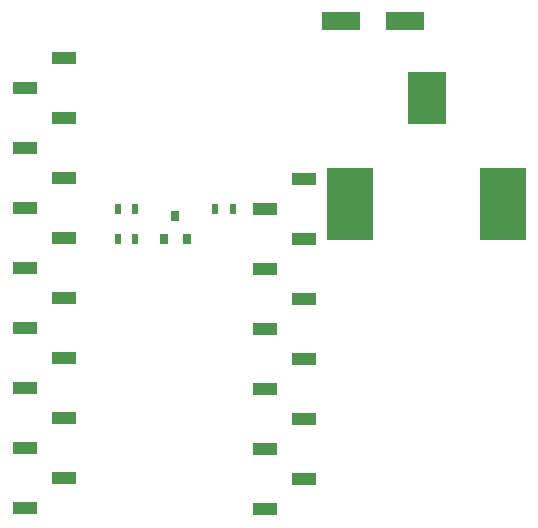
<source format=gtp>
G04 #@! TF.FileFunction,Paste,Top*
%FSLAX46Y46*%
G04 Gerber Fmt 4.6, Leading zero omitted, Abs format (unit mm)*
G04 Created by KiCad (PCBNEW 4.0.5+dfsg1-4) date Mon May 28 17:54:40 2018*
%MOMM*%
%LPD*%
G01*
G04 APERTURE LIST*
%ADD10C,0.100000*%
%ADD11R,0.797560X0.899160*%
%ADD12R,0.500000X0.900000*%
%ADD13R,3.300000X4.400000*%
%ADD14R,3.900000X6.200000*%
%ADD15R,3.197860X1.597660*%
%ADD16R,2.000000X1.000000*%
G04 APERTURE END LIST*
D10*
D11*
X74300040Y-77448220D03*
X76199960Y-77448220D03*
X75250000Y-75451780D03*
D12*
X71870000Y-77470000D03*
X70370000Y-77470000D03*
X80125000Y-74930000D03*
X78625000Y-74930000D03*
X70370000Y-74930000D03*
X71870000Y-74930000D03*
D13*
X96520000Y-65530000D03*
D14*
X90070000Y-74480000D03*
X102970000Y-74480000D03*
D15*
X89302520Y-59000000D03*
X94697480Y-59000000D03*
D16*
X86105000Y-72390000D03*
X82805000Y-74930000D03*
X86105000Y-77470000D03*
X82805000Y-80010000D03*
X86105000Y-82550000D03*
X82805000Y-85090000D03*
X86105000Y-87630000D03*
X82805000Y-90170000D03*
X86105000Y-92710000D03*
X82805000Y-95250000D03*
X86105000Y-97790000D03*
X82805000Y-100330000D03*
X65785000Y-82450000D03*
X62485000Y-84990000D03*
X65785000Y-87530000D03*
X62485000Y-90070000D03*
X65785000Y-92610000D03*
X62485000Y-95150000D03*
X65785000Y-97690000D03*
X62485000Y-100230000D03*
X65785000Y-62130000D03*
X62485000Y-64670000D03*
X65785000Y-67210000D03*
X62485000Y-69750000D03*
X65785000Y-72290000D03*
X62485000Y-74830000D03*
X65785000Y-77370000D03*
X62485000Y-79910000D03*
M02*

</source>
